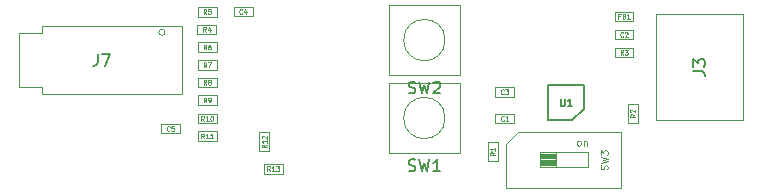
<source format=gbr>
%TF.GenerationSoftware,KiCad,Pcbnew,7.0.1*%
%TF.CreationDate,2023-08-01T01:47:10-04:00*%
%TF.ProjectId,cdm324_exp,63646d33-3234-45f6-9578-702e6b696361,rev?*%
%TF.SameCoordinates,Original*%
%TF.FileFunction,AssemblyDrawing,Top*%
%FSLAX46Y46*%
G04 Gerber Fmt 4.6, Leading zero omitted, Abs format (unit mm)*
G04 Created by KiCad (PCBNEW 7.0.1) date 2023-08-01 01:47:10*
%MOMM*%
%LPD*%
G01*
G04 APERTURE LIST*
%ADD10C,0.150000*%
%ADD11C,0.060000*%
%ADD12C,0.090000*%
%ADD13C,0.100000*%
%ADD14C,0.120000*%
G04 APERTURE END LIST*
D10*
%TO.C,U1*%
X125242857Y-102677571D02*
X125242857Y-103163285D01*
X125242857Y-103163285D02*
X125271428Y-103220428D01*
X125271428Y-103220428D02*
X125300000Y-103249000D01*
X125300000Y-103249000D02*
X125357142Y-103277571D01*
X125357142Y-103277571D02*
X125471428Y-103277571D01*
X125471428Y-103277571D02*
X125528571Y-103249000D01*
X125528571Y-103249000D02*
X125557142Y-103220428D01*
X125557142Y-103220428D02*
X125585714Y-103163285D01*
X125585714Y-103163285D02*
X125585714Y-102677571D01*
X126185713Y-103277571D02*
X125842856Y-103277571D01*
X126014285Y-103277571D02*
X126014285Y-102677571D01*
X126014285Y-102677571D02*
X125957142Y-102763285D01*
X125957142Y-102763285D02*
X125899999Y-102820428D01*
X125899999Y-102820428D02*
X125842856Y-102849000D01*
D11*
%TO.C,R2*%
X131535047Y-103966666D02*
X131344571Y-104099999D01*
X131535047Y-104195237D02*
X131135047Y-104195237D01*
X131135047Y-104195237D02*
X131135047Y-104042856D01*
X131135047Y-104042856D02*
X131154095Y-104004761D01*
X131154095Y-104004761D02*
X131173142Y-103985714D01*
X131173142Y-103985714D02*
X131211238Y-103966666D01*
X131211238Y-103966666D02*
X131268380Y-103966666D01*
X131268380Y-103966666D02*
X131306476Y-103985714D01*
X131306476Y-103985714D02*
X131325523Y-104004761D01*
X131325523Y-104004761D02*
X131344571Y-104042856D01*
X131344571Y-104042856D02*
X131344571Y-104195237D01*
X131173142Y-103814285D02*
X131154095Y-103795237D01*
X131154095Y-103795237D02*
X131135047Y-103757142D01*
X131135047Y-103757142D02*
X131135047Y-103661904D01*
X131135047Y-103661904D02*
X131154095Y-103623809D01*
X131154095Y-103623809D02*
X131173142Y-103604761D01*
X131173142Y-103604761D02*
X131211238Y-103585714D01*
X131211238Y-103585714D02*
X131249333Y-103585714D01*
X131249333Y-103585714D02*
X131306476Y-103604761D01*
X131306476Y-103604761D02*
X131535047Y-103833333D01*
X131535047Y-103833333D02*
X131535047Y-103585714D01*
%TO.C,FB1*%
X130266667Y-95675523D02*
X130133334Y-95675523D01*
X130133334Y-95885047D02*
X130133334Y-95485047D01*
X130133334Y-95485047D02*
X130323810Y-95485047D01*
X130609524Y-95675523D02*
X130666667Y-95694571D01*
X130666667Y-95694571D02*
X130685714Y-95713619D01*
X130685714Y-95713619D02*
X130704762Y-95751714D01*
X130704762Y-95751714D02*
X130704762Y-95808857D01*
X130704762Y-95808857D02*
X130685714Y-95846952D01*
X130685714Y-95846952D02*
X130666667Y-95866000D01*
X130666667Y-95866000D02*
X130628572Y-95885047D01*
X130628572Y-95885047D02*
X130476191Y-95885047D01*
X130476191Y-95885047D02*
X130476191Y-95485047D01*
X130476191Y-95485047D02*
X130609524Y-95485047D01*
X130609524Y-95485047D02*
X130647619Y-95504095D01*
X130647619Y-95504095D02*
X130666667Y-95523142D01*
X130666667Y-95523142D02*
X130685714Y-95561238D01*
X130685714Y-95561238D02*
X130685714Y-95599333D01*
X130685714Y-95599333D02*
X130666667Y-95637428D01*
X130666667Y-95637428D02*
X130647619Y-95656476D01*
X130647619Y-95656476D02*
X130609524Y-95675523D01*
X130609524Y-95675523D02*
X130476191Y-95675523D01*
X131085714Y-95885047D02*
X130857143Y-95885047D01*
X130971429Y-95885047D02*
X130971429Y-95485047D01*
X130971429Y-95485047D02*
X130933333Y-95542190D01*
X130933333Y-95542190D02*
X130895238Y-95580285D01*
X130895238Y-95580285D02*
X130857143Y-95599333D01*
%TO.C,R4*%
X95208333Y-96985047D02*
X95075000Y-96794571D01*
X94979762Y-96985047D02*
X94979762Y-96585047D01*
X94979762Y-96585047D02*
X95132143Y-96585047D01*
X95132143Y-96585047D02*
X95170238Y-96604095D01*
X95170238Y-96604095D02*
X95189285Y-96623142D01*
X95189285Y-96623142D02*
X95208333Y-96661238D01*
X95208333Y-96661238D02*
X95208333Y-96718380D01*
X95208333Y-96718380D02*
X95189285Y-96756476D01*
X95189285Y-96756476D02*
X95170238Y-96775523D01*
X95170238Y-96775523D02*
X95132143Y-96794571D01*
X95132143Y-96794571D02*
X94979762Y-96794571D01*
X95551190Y-96718380D02*
X95551190Y-96985047D01*
X95455952Y-96566000D02*
X95360714Y-96851714D01*
X95360714Y-96851714D02*
X95608333Y-96851714D01*
%TO.C,C3*%
X120433333Y-102246952D02*
X120414285Y-102266000D01*
X120414285Y-102266000D02*
X120357143Y-102285047D01*
X120357143Y-102285047D02*
X120319047Y-102285047D01*
X120319047Y-102285047D02*
X120261904Y-102266000D01*
X120261904Y-102266000D02*
X120223809Y-102227904D01*
X120223809Y-102227904D02*
X120204762Y-102189809D01*
X120204762Y-102189809D02*
X120185714Y-102113619D01*
X120185714Y-102113619D02*
X120185714Y-102056476D01*
X120185714Y-102056476D02*
X120204762Y-101980285D01*
X120204762Y-101980285D02*
X120223809Y-101942190D01*
X120223809Y-101942190D02*
X120261904Y-101904095D01*
X120261904Y-101904095D02*
X120319047Y-101885047D01*
X120319047Y-101885047D02*
X120357143Y-101885047D01*
X120357143Y-101885047D02*
X120414285Y-101904095D01*
X120414285Y-101904095D02*
X120433333Y-101923142D01*
X120566666Y-101885047D02*
X120814285Y-101885047D01*
X120814285Y-101885047D02*
X120680952Y-102037428D01*
X120680952Y-102037428D02*
X120738095Y-102037428D01*
X120738095Y-102037428D02*
X120776190Y-102056476D01*
X120776190Y-102056476D02*
X120795238Y-102075523D01*
X120795238Y-102075523D02*
X120814285Y-102113619D01*
X120814285Y-102113619D02*
X120814285Y-102208857D01*
X120814285Y-102208857D02*
X120795238Y-102246952D01*
X120795238Y-102246952D02*
X120776190Y-102266000D01*
X120776190Y-102266000D02*
X120738095Y-102285047D01*
X120738095Y-102285047D02*
X120623809Y-102285047D01*
X120623809Y-102285047D02*
X120585714Y-102266000D01*
X120585714Y-102266000D02*
X120566666Y-102246952D01*
D10*
%TO.C,J7*%
X86051666Y-98862619D02*
X86051666Y-99576904D01*
X86051666Y-99576904D02*
X86004047Y-99719761D01*
X86004047Y-99719761D02*
X85908809Y-99815000D01*
X85908809Y-99815000D02*
X85765952Y-99862619D01*
X85765952Y-99862619D02*
X85670714Y-99862619D01*
X86432619Y-98862619D02*
X87099285Y-98862619D01*
X87099285Y-98862619D02*
X86670714Y-99862619D01*
D11*
%TO.C,R5*%
X95233333Y-95485047D02*
X95100000Y-95294571D01*
X95004762Y-95485047D02*
X95004762Y-95085047D01*
X95004762Y-95085047D02*
X95157143Y-95085047D01*
X95157143Y-95085047D02*
X95195238Y-95104095D01*
X95195238Y-95104095D02*
X95214285Y-95123142D01*
X95214285Y-95123142D02*
X95233333Y-95161238D01*
X95233333Y-95161238D02*
X95233333Y-95218380D01*
X95233333Y-95218380D02*
X95214285Y-95256476D01*
X95214285Y-95256476D02*
X95195238Y-95275523D01*
X95195238Y-95275523D02*
X95157143Y-95294571D01*
X95157143Y-95294571D02*
X95004762Y-95294571D01*
X95595238Y-95085047D02*
X95404762Y-95085047D01*
X95404762Y-95085047D02*
X95385714Y-95275523D01*
X95385714Y-95275523D02*
X95404762Y-95256476D01*
X95404762Y-95256476D02*
X95442857Y-95237428D01*
X95442857Y-95237428D02*
X95538095Y-95237428D01*
X95538095Y-95237428D02*
X95576190Y-95256476D01*
X95576190Y-95256476D02*
X95595238Y-95275523D01*
X95595238Y-95275523D02*
X95614285Y-95313619D01*
X95614285Y-95313619D02*
X95614285Y-95408857D01*
X95614285Y-95408857D02*
X95595238Y-95446952D01*
X95595238Y-95446952D02*
X95576190Y-95466000D01*
X95576190Y-95466000D02*
X95538095Y-95485047D01*
X95538095Y-95485047D02*
X95442857Y-95485047D01*
X95442857Y-95485047D02*
X95404762Y-95466000D01*
X95404762Y-95466000D02*
X95385714Y-95446952D01*
%TO.C,R11*%
X95042857Y-106035047D02*
X94909524Y-105844571D01*
X94814286Y-106035047D02*
X94814286Y-105635047D01*
X94814286Y-105635047D02*
X94966667Y-105635047D01*
X94966667Y-105635047D02*
X95004762Y-105654095D01*
X95004762Y-105654095D02*
X95023809Y-105673142D01*
X95023809Y-105673142D02*
X95042857Y-105711238D01*
X95042857Y-105711238D02*
X95042857Y-105768380D01*
X95042857Y-105768380D02*
X95023809Y-105806476D01*
X95023809Y-105806476D02*
X95004762Y-105825523D01*
X95004762Y-105825523D02*
X94966667Y-105844571D01*
X94966667Y-105844571D02*
X94814286Y-105844571D01*
X95423809Y-106035047D02*
X95195238Y-106035047D01*
X95309524Y-106035047D02*
X95309524Y-105635047D01*
X95309524Y-105635047D02*
X95271428Y-105692190D01*
X95271428Y-105692190D02*
X95233333Y-105730285D01*
X95233333Y-105730285D02*
X95195238Y-105749333D01*
X95804761Y-106035047D02*
X95576190Y-106035047D01*
X95690476Y-106035047D02*
X95690476Y-105635047D01*
X95690476Y-105635047D02*
X95652380Y-105692190D01*
X95652380Y-105692190D02*
X95614285Y-105730285D01*
X95614285Y-105730285D02*
X95576190Y-105749333D01*
%TO.C,R9*%
X95233333Y-102985047D02*
X95100000Y-102794571D01*
X95004762Y-102985047D02*
X95004762Y-102585047D01*
X95004762Y-102585047D02*
X95157143Y-102585047D01*
X95157143Y-102585047D02*
X95195238Y-102604095D01*
X95195238Y-102604095D02*
X95214285Y-102623142D01*
X95214285Y-102623142D02*
X95233333Y-102661238D01*
X95233333Y-102661238D02*
X95233333Y-102718380D01*
X95233333Y-102718380D02*
X95214285Y-102756476D01*
X95214285Y-102756476D02*
X95195238Y-102775523D01*
X95195238Y-102775523D02*
X95157143Y-102794571D01*
X95157143Y-102794571D02*
X95004762Y-102794571D01*
X95423809Y-102985047D02*
X95500000Y-102985047D01*
X95500000Y-102985047D02*
X95538095Y-102966000D01*
X95538095Y-102966000D02*
X95557143Y-102946952D01*
X95557143Y-102946952D02*
X95595238Y-102889809D01*
X95595238Y-102889809D02*
X95614285Y-102813619D01*
X95614285Y-102813619D02*
X95614285Y-102661238D01*
X95614285Y-102661238D02*
X95595238Y-102623142D01*
X95595238Y-102623142D02*
X95576190Y-102604095D01*
X95576190Y-102604095D02*
X95538095Y-102585047D01*
X95538095Y-102585047D02*
X95461904Y-102585047D01*
X95461904Y-102585047D02*
X95423809Y-102604095D01*
X95423809Y-102604095D02*
X95404762Y-102623142D01*
X95404762Y-102623142D02*
X95385714Y-102661238D01*
X95385714Y-102661238D02*
X95385714Y-102756476D01*
X95385714Y-102756476D02*
X95404762Y-102794571D01*
X95404762Y-102794571D02*
X95423809Y-102813619D01*
X95423809Y-102813619D02*
X95461904Y-102832666D01*
X95461904Y-102832666D02*
X95538095Y-102832666D01*
X95538095Y-102832666D02*
X95576190Y-102813619D01*
X95576190Y-102813619D02*
X95595238Y-102794571D01*
X95595238Y-102794571D02*
X95614285Y-102756476D01*
%TO.C,R12*%
X100335047Y-106557142D02*
X100144571Y-106690475D01*
X100335047Y-106785713D02*
X99935047Y-106785713D01*
X99935047Y-106785713D02*
X99935047Y-106633332D01*
X99935047Y-106633332D02*
X99954095Y-106595237D01*
X99954095Y-106595237D02*
X99973142Y-106576190D01*
X99973142Y-106576190D02*
X100011238Y-106557142D01*
X100011238Y-106557142D02*
X100068380Y-106557142D01*
X100068380Y-106557142D02*
X100106476Y-106576190D01*
X100106476Y-106576190D02*
X100125523Y-106595237D01*
X100125523Y-106595237D02*
X100144571Y-106633332D01*
X100144571Y-106633332D02*
X100144571Y-106785713D01*
X100335047Y-106176190D02*
X100335047Y-106404761D01*
X100335047Y-106290475D02*
X99935047Y-106290475D01*
X99935047Y-106290475D02*
X99992190Y-106328571D01*
X99992190Y-106328571D02*
X100030285Y-106366666D01*
X100030285Y-106366666D02*
X100049333Y-106404761D01*
X99973142Y-106023809D02*
X99954095Y-106004761D01*
X99954095Y-106004761D02*
X99935047Y-105966666D01*
X99935047Y-105966666D02*
X99935047Y-105871428D01*
X99935047Y-105871428D02*
X99954095Y-105833333D01*
X99954095Y-105833333D02*
X99973142Y-105814285D01*
X99973142Y-105814285D02*
X100011238Y-105795238D01*
X100011238Y-105795238D02*
X100049333Y-105795238D01*
X100049333Y-105795238D02*
X100106476Y-105814285D01*
X100106476Y-105814285D02*
X100335047Y-106042857D01*
X100335047Y-106042857D02*
X100335047Y-105795238D01*
%TO.C,R8*%
X95233333Y-101485047D02*
X95100000Y-101294571D01*
X95004762Y-101485047D02*
X95004762Y-101085047D01*
X95004762Y-101085047D02*
X95157143Y-101085047D01*
X95157143Y-101085047D02*
X95195238Y-101104095D01*
X95195238Y-101104095D02*
X95214285Y-101123142D01*
X95214285Y-101123142D02*
X95233333Y-101161238D01*
X95233333Y-101161238D02*
X95233333Y-101218380D01*
X95233333Y-101218380D02*
X95214285Y-101256476D01*
X95214285Y-101256476D02*
X95195238Y-101275523D01*
X95195238Y-101275523D02*
X95157143Y-101294571D01*
X95157143Y-101294571D02*
X95004762Y-101294571D01*
X95461904Y-101256476D02*
X95423809Y-101237428D01*
X95423809Y-101237428D02*
X95404762Y-101218380D01*
X95404762Y-101218380D02*
X95385714Y-101180285D01*
X95385714Y-101180285D02*
X95385714Y-101161238D01*
X95385714Y-101161238D02*
X95404762Y-101123142D01*
X95404762Y-101123142D02*
X95423809Y-101104095D01*
X95423809Y-101104095D02*
X95461904Y-101085047D01*
X95461904Y-101085047D02*
X95538095Y-101085047D01*
X95538095Y-101085047D02*
X95576190Y-101104095D01*
X95576190Y-101104095D02*
X95595238Y-101123142D01*
X95595238Y-101123142D02*
X95614285Y-101161238D01*
X95614285Y-101161238D02*
X95614285Y-101180285D01*
X95614285Y-101180285D02*
X95595238Y-101218380D01*
X95595238Y-101218380D02*
X95576190Y-101237428D01*
X95576190Y-101237428D02*
X95538095Y-101256476D01*
X95538095Y-101256476D02*
X95461904Y-101256476D01*
X95461904Y-101256476D02*
X95423809Y-101275523D01*
X95423809Y-101275523D02*
X95404762Y-101294571D01*
X95404762Y-101294571D02*
X95385714Y-101332666D01*
X95385714Y-101332666D02*
X95385714Y-101408857D01*
X95385714Y-101408857D02*
X95404762Y-101446952D01*
X95404762Y-101446952D02*
X95423809Y-101466000D01*
X95423809Y-101466000D02*
X95461904Y-101485047D01*
X95461904Y-101485047D02*
X95538095Y-101485047D01*
X95538095Y-101485047D02*
X95576190Y-101466000D01*
X95576190Y-101466000D02*
X95595238Y-101446952D01*
X95595238Y-101446952D02*
X95614285Y-101408857D01*
X95614285Y-101408857D02*
X95614285Y-101332666D01*
X95614285Y-101332666D02*
X95595238Y-101294571D01*
X95595238Y-101294571D02*
X95576190Y-101275523D01*
X95576190Y-101275523D02*
X95538095Y-101256476D01*
D10*
%TO.C,SW2*%
X112366667Y-102165000D02*
X112509524Y-102212619D01*
X112509524Y-102212619D02*
X112747619Y-102212619D01*
X112747619Y-102212619D02*
X112842857Y-102165000D01*
X112842857Y-102165000D02*
X112890476Y-102117380D01*
X112890476Y-102117380D02*
X112938095Y-102022142D01*
X112938095Y-102022142D02*
X112938095Y-101926904D01*
X112938095Y-101926904D02*
X112890476Y-101831666D01*
X112890476Y-101831666D02*
X112842857Y-101784047D01*
X112842857Y-101784047D02*
X112747619Y-101736428D01*
X112747619Y-101736428D02*
X112557143Y-101688809D01*
X112557143Y-101688809D02*
X112461905Y-101641190D01*
X112461905Y-101641190D02*
X112414286Y-101593571D01*
X112414286Y-101593571D02*
X112366667Y-101498333D01*
X112366667Y-101498333D02*
X112366667Y-101403095D01*
X112366667Y-101403095D02*
X112414286Y-101307857D01*
X112414286Y-101307857D02*
X112461905Y-101260238D01*
X112461905Y-101260238D02*
X112557143Y-101212619D01*
X112557143Y-101212619D02*
X112795238Y-101212619D01*
X112795238Y-101212619D02*
X112938095Y-101260238D01*
X113271429Y-101212619D02*
X113509524Y-102212619D01*
X113509524Y-102212619D02*
X113700000Y-101498333D01*
X113700000Y-101498333D02*
X113890476Y-102212619D01*
X113890476Y-102212619D02*
X114128572Y-101212619D01*
X114461905Y-101307857D02*
X114509524Y-101260238D01*
X114509524Y-101260238D02*
X114604762Y-101212619D01*
X114604762Y-101212619D02*
X114842857Y-101212619D01*
X114842857Y-101212619D02*
X114938095Y-101260238D01*
X114938095Y-101260238D02*
X114985714Y-101307857D01*
X114985714Y-101307857D02*
X115033333Y-101403095D01*
X115033333Y-101403095D02*
X115033333Y-101498333D01*
X115033333Y-101498333D02*
X114985714Y-101641190D01*
X114985714Y-101641190D02*
X114414286Y-102212619D01*
X114414286Y-102212619D02*
X115033333Y-102212619D01*
D11*
%TO.C,R10*%
X95042857Y-104535047D02*
X94909524Y-104344571D01*
X94814286Y-104535047D02*
X94814286Y-104135047D01*
X94814286Y-104135047D02*
X94966667Y-104135047D01*
X94966667Y-104135047D02*
X95004762Y-104154095D01*
X95004762Y-104154095D02*
X95023809Y-104173142D01*
X95023809Y-104173142D02*
X95042857Y-104211238D01*
X95042857Y-104211238D02*
X95042857Y-104268380D01*
X95042857Y-104268380D02*
X95023809Y-104306476D01*
X95023809Y-104306476D02*
X95004762Y-104325523D01*
X95004762Y-104325523D02*
X94966667Y-104344571D01*
X94966667Y-104344571D02*
X94814286Y-104344571D01*
X95423809Y-104535047D02*
X95195238Y-104535047D01*
X95309524Y-104535047D02*
X95309524Y-104135047D01*
X95309524Y-104135047D02*
X95271428Y-104192190D01*
X95271428Y-104192190D02*
X95233333Y-104230285D01*
X95233333Y-104230285D02*
X95195238Y-104249333D01*
X95671428Y-104135047D02*
X95709523Y-104135047D01*
X95709523Y-104135047D02*
X95747619Y-104154095D01*
X95747619Y-104154095D02*
X95766666Y-104173142D01*
X95766666Y-104173142D02*
X95785714Y-104211238D01*
X95785714Y-104211238D02*
X95804761Y-104287428D01*
X95804761Y-104287428D02*
X95804761Y-104382666D01*
X95804761Y-104382666D02*
X95785714Y-104458857D01*
X95785714Y-104458857D02*
X95766666Y-104496952D01*
X95766666Y-104496952D02*
X95747619Y-104516000D01*
X95747619Y-104516000D02*
X95709523Y-104535047D01*
X95709523Y-104535047D02*
X95671428Y-104535047D01*
X95671428Y-104535047D02*
X95633333Y-104516000D01*
X95633333Y-104516000D02*
X95614285Y-104496952D01*
X95614285Y-104496952D02*
X95595238Y-104458857D01*
X95595238Y-104458857D02*
X95576190Y-104382666D01*
X95576190Y-104382666D02*
X95576190Y-104287428D01*
X95576190Y-104287428D02*
X95595238Y-104211238D01*
X95595238Y-104211238D02*
X95614285Y-104173142D01*
X95614285Y-104173142D02*
X95633333Y-104154095D01*
X95633333Y-104154095D02*
X95671428Y-104135047D01*
%TO.C,R13*%
X100642857Y-108785047D02*
X100509524Y-108594571D01*
X100414286Y-108785047D02*
X100414286Y-108385047D01*
X100414286Y-108385047D02*
X100566667Y-108385047D01*
X100566667Y-108385047D02*
X100604762Y-108404095D01*
X100604762Y-108404095D02*
X100623809Y-108423142D01*
X100623809Y-108423142D02*
X100642857Y-108461238D01*
X100642857Y-108461238D02*
X100642857Y-108518380D01*
X100642857Y-108518380D02*
X100623809Y-108556476D01*
X100623809Y-108556476D02*
X100604762Y-108575523D01*
X100604762Y-108575523D02*
X100566667Y-108594571D01*
X100566667Y-108594571D02*
X100414286Y-108594571D01*
X101023809Y-108785047D02*
X100795238Y-108785047D01*
X100909524Y-108785047D02*
X100909524Y-108385047D01*
X100909524Y-108385047D02*
X100871428Y-108442190D01*
X100871428Y-108442190D02*
X100833333Y-108480285D01*
X100833333Y-108480285D02*
X100795238Y-108499333D01*
X101157142Y-108385047D02*
X101404761Y-108385047D01*
X101404761Y-108385047D02*
X101271428Y-108537428D01*
X101271428Y-108537428D02*
X101328571Y-108537428D01*
X101328571Y-108537428D02*
X101366666Y-108556476D01*
X101366666Y-108556476D02*
X101385714Y-108575523D01*
X101385714Y-108575523D02*
X101404761Y-108613619D01*
X101404761Y-108613619D02*
X101404761Y-108708857D01*
X101404761Y-108708857D02*
X101385714Y-108746952D01*
X101385714Y-108746952D02*
X101366666Y-108766000D01*
X101366666Y-108766000D02*
X101328571Y-108785047D01*
X101328571Y-108785047D02*
X101214285Y-108785047D01*
X101214285Y-108785047D02*
X101176190Y-108766000D01*
X101176190Y-108766000D02*
X101157142Y-108746952D01*
%TO.C,C1*%
X120433333Y-104496952D02*
X120414285Y-104516000D01*
X120414285Y-104516000D02*
X120357143Y-104535047D01*
X120357143Y-104535047D02*
X120319047Y-104535047D01*
X120319047Y-104535047D02*
X120261904Y-104516000D01*
X120261904Y-104516000D02*
X120223809Y-104477904D01*
X120223809Y-104477904D02*
X120204762Y-104439809D01*
X120204762Y-104439809D02*
X120185714Y-104363619D01*
X120185714Y-104363619D02*
X120185714Y-104306476D01*
X120185714Y-104306476D02*
X120204762Y-104230285D01*
X120204762Y-104230285D02*
X120223809Y-104192190D01*
X120223809Y-104192190D02*
X120261904Y-104154095D01*
X120261904Y-104154095D02*
X120319047Y-104135047D01*
X120319047Y-104135047D02*
X120357143Y-104135047D01*
X120357143Y-104135047D02*
X120414285Y-104154095D01*
X120414285Y-104154095D02*
X120433333Y-104173142D01*
X120814285Y-104535047D02*
X120585714Y-104535047D01*
X120700000Y-104535047D02*
X120700000Y-104135047D01*
X120700000Y-104135047D02*
X120661904Y-104192190D01*
X120661904Y-104192190D02*
X120623809Y-104230285D01*
X120623809Y-104230285D02*
X120585714Y-104249333D01*
D10*
%TO.C,SW1*%
X112366667Y-108765000D02*
X112509524Y-108812619D01*
X112509524Y-108812619D02*
X112747619Y-108812619D01*
X112747619Y-108812619D02*
X112842857Y-108765000D01*
X112842857Y-108765000D02*
X112890476Y-108717380D01*
X112890476Y-108717380D02*
X112938095Y-108622142D01*
X112938095Y-108622142D02*
X112938095Y-108526904D01*
X112938095Y-108526904D02*
X112890476Y-108431666D01*
X112890476Y-108431666D02*
X112842857Y-108384047D01*
X112842857Y-108384047D02*
X112747619Y-108336428D01*
X112747619Y-108336428D02*
X112557143Y-108288809D01*
X112557143Y-108288809D02*
X112461905Y-108241190D01*
X112461905Y-108241190D02*
X112414286Y-108193571D01*
X112414286Y-108193571D02*
X112366667Y-108098333D01*
X112366667Y-108098333D02*
X112366667Y-108003095D01*
X112366667Y-108003095D02*
X112414286Y-107907857D01*
X112414286Y-107907857D02*
X112461905Y-107860238D01*
X112461905Y-107860238D02*
X112557143Y-107812619D01*
X112557143Y-107812619D02*
X112795238Y-107812619D01*
X112795238Y-107812619D02*
X112938095Y-107860238D01*
X113271429Y-107812619D02*
X113509524Y-108812619D01*
X113509524Y-108812619D02*
X113700000Y-108098333D01*
X113700000Y-108098333D02*
X113890476Y-108812619D01*
X113890476Y-108812619D02*
X114128572Y-107812619D01*
X115033333Y-108812619D02*
X114461905Y-108812619D01*
X114747619Y-108812619D02*
X114747619Y-107812619D01*
X114747619Y-107812619D02*
X114652381Y-107955476D01*
X114652381Y-107955476D02*
X114557143Y-108050714D01*
X114557143Y-108050714D02*
X114461905Y-108098333D01*
D11*
%TO.C,C4*%
X98283333Y-95446952D02*
X98264285Y-95466000D01*
X98264285Y-95466000D02*
X98207143Y-95485047D01*
X98207143Y-95485047D02*
X98169047Y-95485047D01*
X98169047Y-95485047D02*
X98111904Y-95466000D01*
X98111904Y-95466000D02*
X98073809Y-95427904D01*
X98073809Y-95427904D02*
X98054762Y-95389809D01*
X98054762Y-95389809D02*
X98035714Y-95313619D01*
X98035714Y-95313619D02*
X98035714Y-95256476D01*
X98035714Y-95256476D02*
X98054762Y-95180285D01*
X98054762Y-95180285D02*
X98073809Y-95142190D01*
X98073809Y-95142190D02*
X98111904Y-95104095D01*
X98111904Y-95104095D02*
X98169047Y-95085047D01*
X98169047Y-95085047D02*
X98207143Y-95085047D01*
X98207143Y-95085047D02*
X98264285Y-95104095D01*
X98264285Y-95104095D02*
X98283333Y-95123142D01*
X98626190Y-95218380D02*
X98626190Y-95485047D01*
X98530952Y-95066000D02*
X98435714Y-95351714D01*
X98435714Y-95351714D02*
X98683333Y-95351714D01*
%TO.C,R1*%
X119685047Y-107216666D02*
X119494571Y-107349999D01*
X119685047Y-107445237D02*
X119285047Y-107445237D01*
X119285047Y-107445237D02*
X119285047Y-107292856D01*
X119285047Y-107292856D02*
X119304095Y-107254761D01*
X119304095Y-107254761D02*
X119323142Y-107235714D01*
X119323142Y-107235714D02*
X119361238Y-107216666D01*
X119361238Y-107216666D02*
X119418380Y-107216666D01*
X119418380Y-107216666D02*
X119456476Y-107235714D01*
X119456476Y-107235714D02*
X119475523Y-107254761D01*
X119475523Y-107254761D02*
X119494571Y-107292856D01*
X119494571Y-107292856D02*
X119494571Y-107445237D01*
X119685047Y-106835714D02*
X119685047Y-107064285D01*
X119685047Y-106949999D02*
X119285047Y-106949999D01*
X119285047Y-106949999D02*
X119342190Y-106988095D01*
X119342190Y-106988095D02*
X119380285Y-107026190D01*
X119380285Y-107026190D02*
X119399333Y-107064285D01*
D12*
%TO.C,SW3*%
X126733214Y-106630071D02*
X126676071Y-106601500D01*
X126676071Y-106601500D02*
X126647500Y-106572928D01*
X126647500Y-106572928D02*
X126618928Y-106515785D01*
X126618928Y-106515785D02*
X126618928Y-106344357D01*
X126618928Y-106344357D02*
X126647500Y-106287214D01*
X126647500Y-106287214D02*
X126676071Y-106258642D01*
X126676071Y-106258642D02*
X126733214Y-106230071D01*
X126733214Y-106230071D02*
X126818928Y-106230071D01*
X126818928Y-106230071D02*
X126876071Y-106258642D01*
X126876071Y-106258642D02*
X126904643Y-106287214D01*
X126904643Y-106287214D02*
X126933214Y-106344357D01*
X126933214Y-106344357D02*
X126933214Y-106515785D01*
X126933214Y-106515785D02*
X126904643Y-106572928D01*
X126904643Y-106572928D02*
X126876071Y-106601500D01*
X126876071Y-106601500D02*
X126818928Y-106630071D01*
X126818928Y-106630071D02*
X126733214Y-106630071D01*
X127190357Y-106230071D02*
X127190357Y-106630071D01*
X127190357Y-106287214D02*
X127218928Y-106258642D01*
X127218928Y-106258642D02*
X127276071Y-106230071D01*
X127276071Y-106230071D02*
X127361785Y-106230071D01*
X127361785Y-106230071D02*
X127418928Y-106258642D01*
X127418928Y-106258642D02*
X127447500Y-106315785D01*
X127447500Y-106315785D02*
X127447500Y-106630071D01*
X129201500Y-108650000D02*
X129230071Y-108564286D01*
X129230071Y-108564286D02*
X129230071Y-108421428D01*
X129230071Y-108421428D02*
X129201500Y-108364286D01*
X129201500Y-108364286D02*
X129172928Y-108335714D01*
X129172928Y-108335714D02*
X129115785Y-108307143D01*
X129115785Y-108307143D02*
X129058642Y-108307143D01*
X129058642Y-108307143D02*
X129001500Y-108335714D01*
X129001500Y-108335714D02*
X128972928Y-108364286D01*
X128972928Y-108364286D02*
X128944357Y-108421428D01*
X128944357Y-108421428D02*
X128915785Y-108535714D01*
X128915785Y-108535714D02*
X128887214Y-108592857D01*
X128887214Y-108592857D02*
X128858642Y-108621428D01*
X128858642Y-108621428D02*
X128801500Y-108650000D01*
X128801500Y-108650000D02*
X128744357Y-108650000D01*
X128744357Y-108650000D02*
X128687214Y-108621428D01*
X128687214Y-108621428D02*
X128658642Y-108592857D01*
X128658642Y-108592857D02*
X128630071Y-108535714D01*
X128630071Y-108535714D02*
X128630071Y-108392857D01*
X128630071Y-108392857D02*
X128658642Y-108307143D01*
X128630071Y-108107142D02*
X129230071Y-107964285D01*
X129230071Y-107964285D02*
X128801500Y-107849999D01*
X128801500Y-107849999D02*
X129230071Y-107735714D01*
X129230071Y-107735714D02*
X128630071Y-107592857D01*
X128630071Y-107421428D02*
X128630071Y-107050000D01*
X128630071Y-107050000D02*
X128858642Y-107250000D01*
X128858642Y-107250000D02*
X128858642Y-107164285D01*
X128858642Y-107164285D02*
X128887214Y-107107143D01*
X128887214Y-107107143D02*
X128915785Y-107078571D01*
X128915785Y-107078571D02*
X128972928Y-107050000D01*
X128972928Y-107050000D02*
X129115785Y-107050000D01*
X129115785Y-107050000D02*
X129172928Y-107078571D01*
X129172928Y-107078571D02*
X129201500Y-107107143D01*
X129201500Y-107107143D02*
X129230071Y-107164285D01*
X129230071Y-107164285D02*
X129230071Y-107335714D01*
X129230071Y-107335714D02*
X129201500Y-107392857D01*
X129201500Y-107392857D02*
X129172928Y-107421428D01*
D11*
%TO.C,C2*%
X130533333Y-97396952D02*
X130514285Y-97416000D01*
X130514285Y-97416000D02*
X130457143Y-97435047D01*
X130457143Y-97435047D02*
X130419047Y-97435047D01*
X130419047Y-97435047D02*
X130361904Y-97416000D01*
X130361904Y-97416000D02*
X130323809Y-97377904D01*
X130323809Y-97377904D02*
X130304762Y-97339809D01*
X130304762Y-97339809D02*
X130285714Y-97263619D01*
X130285714Y-97263619D02*
X130285714Y-97206476D01*
X130285714Y-97206476D02*
X130304762Y-97130285D01*
X130304762Y-97130285D02*
X130323809Y-97092190D01*
X130323809Y-97092190D02*
X130361904Y-97054095D01*
X130361904Y-97054095D02*
X130419047Y-97035047D01*
X130419047Y-97035047D02*
X130457143Y-97035047D01*
X130457143Y-97035047D02*
X130514285Y-97054095D01*
X130514285Y-97054095D02*
X130533333Y-97073142D01*
X130685714Y-97073142D02*
X130704762Y-97054095D01*
X130704762Y-97054095D02*
X130742857Y-97035047D01*
X130742857Y-97035047D02*
X130838095Y-97035047D01*
X130838095Y-97035047D02*
X130876190Y-97054095D01*
X130876190Y-97054095D02*
X130895238Y-97073142D01*
X130895238Y-97073142D02*
X130914285Y-97111238D01*
X130914285Y-97111238D02*
X130914285Y-97149333D01*
X130914285Y-97149333D02*
X130895238Y-97206476D01*
X130895238Y-97206476D02*
X130666666Y-97435047D01*
X130666666Y-97435047D02*
X130914285Y-97435047D01*
%TO.C,R7*%
X95233333Y-99985047D02*
X95100000Y-99794571D01*
X95004762Y-99985047D02*
X95004762Y-99585047D01*
X95004762Y-99585047D02*
X95157143Y-99585047D01*
X95157143Y-99585047D02*
X95195238Y-99604095D01*
X95195238Y-99604095D02*
X95214285Y-99623142D01*
X95214285Y-99623142D02*
X95233333Y-99661238D01*
X95233333Y-99661238D02*
X95233333Y-99718380D01*
X95233333Y-99718380D02*
X95214285Y-99756476D01*
X95214285Y-99756476D02*
X95195238Y-99775523D01*
X95195238Y-99775523D02*
X95157143Y-99794571D01*
X95157143Y-99794571D02*
X95004762Y-99794571D01*
X95366666Y-99585047D02*
X95633333Y-99585047D01*
X95633333Y-99585047D02*
X95461904Y-99985047D01*
%TO.C,R3*%
X130533333Y-98935047D02*
X130400000Y-98744571D01*
X130304762Y-98935047D02*
X130304762Y-98535047D01*
X130304762Y-98535047D02*
X130457143Y-98535047D01*
X130457143Y-98535047D02*
X130495238Y-98554095D01*
X130495238Y-98554095D02*
X130514285Y-98573142D01*
X130514285Y-98573142D02*
X130533333Y-98611238D01*
X130533333Y-98611238D02*
X130533333Y-98668380D01*
X130533333Y-98668380D02*
X130514285Y-98706476D01*
X130514285Y-98706476D02*
X130495238Y-98725523D01*
X130495238Y-98725523D02*
X130457143Y-98744571D01*
X130457143Y-98744571D02*
X130304762Y-98744571D01*
X130666666Y-98535047D02*
X130914285Y-98535047D01*
X130914285Y-98535047D02*
X130780952Y-98687428D01*
X130780952Y-98687428D02*
X130838095Y-98687428D01*
X130838095Y-98687428D02*
X130876190Y-98706476D01*
X130876190Y-98706476D02*
X130895238Y-98725523D01*
X130895238Y-98725523D02*
X130914285Y-98763619D01*
X130914285Y-98763619D02*
X130914285Y-98858857D01*
X130914285Y-98858857D02*
X130895238Y-98896952D01*
X130895238Y-98896952D02*
X130876190Y-98916000D01*
X130876190Y-98916000D02*
X130838095Y-98935047D01*
X130838095Y-98935047D02*
X130723809Y-98935047D01*
X130723809Y-98935047D02*
X130685714Y-98916000D01*
X130685714Y-98916000D02*
X130666666Y-98896952D01*
D10*
%TO.C,J3*%
X136462619Y-100333333D02*
X137176904Y-100333333D01*
X137176904Y-100333333D02*
X137319761Y-100380952D01*
X137319761Y-100380952D02*
X137415000Y-100476190D01*
X137415000Y-100476190D02*
X137462619Y-100619047D01*
X137462619Y-100619047D02*
X137462619Y-100714285D01*
X136462619Y-99952380D02*
X136462619Y-99333333D01*
X136462619Y-99333333D02*
X136843571Y-99666666D01*
X136843571Y-99666666D02*
X136843571Y-99523809D01*
X136843571Y-99523809D02*
X136891190Y-99428571D01*
X136891190Y-99428571D02*
X136938809Y-99380952D01*
X136938809Y-99380952D02*
X137034047Y-99333333D01*
X137034047Y-99333333D02*
X137272142Y-99333333D01*
X137272142Y-99333333D02*
X137367380Y-99380952D01*
X137367380Y-99380952D02*
X137415000Y-99428571D01*
X137415000Y-99428571D02*
X137462619Y-99523809D01*
X137462619Y-99523809D02*
X137462619Y-99809523D01*
X137462619Y-99809523D02*
X137415000Y-99904761D01*
X137415000Y-99904761D02*
X137367380Y-99952380D01*
D11*
%TO.C,R6*%
X95233333Y-98485047D02*
X95100000Y-98294571D01*
X95004762Y-98485047D02*
X95004762Y-98085047D01*
X95004762Y-98085047D02*
X95157143Y-98085047D01*
X95157143Y-98085047D02*
X95195238Y-98104095D01*
X95195238Y-98104095D02*
X95214285Y-98123142D01*
X95214285Y-98123142D02*
X95233333Y-98161238D01*
X95233333Y-98161238D02*
X95233333Y-98218380D01*
X95233333Y-98218380D02*
X95214285Y-98256476D01*
X95214285Y-98256476D02*
X95195238Y-98275523D01*
X95195238Y-98275523D02*
X95157143Y-98294571D01*
X95157143Y-98294571D02*
X95004762Y-98294571D01*
X95576190Y-98085047D02*
X95500000Y-98085047D01*
X95500000Y-98085047D02*
X95461904Y-98104095D01*
X95461904Y-98104095D02*
X95442857Y-98123142D01*
X95442857Y-98123142D02*
X95404762Y-98180285D01*
X95404762Y-98180285D02*
X95385714Y-98256476D01*
X95385714Y-98256476D02*
X95385714Y-98408857D01*
X95385714Y-98408857D02*
X95404762Y-98446952D01*
X95404762Y-98446952D02*
X95423809Y-98466000D01*
X95423809Y-98466000D02*
X95461904Y-98485047D01*
X95461904Y-98485047D02*
X95538095Y-98485047D01*
X95538095Y-98485047D02*
X95576190Y-98466000D01*
X95576190Y-98466000D02*
X95595238Y-98446952D01*
X95595238Y-98446952D02*
X95614285Y-98408857D01*
X95614285Y-98408857D02*
X95614285Y-98313619D01*
X95614285Y-98313619D02*
X95595238Y-98275523D01*
X95595238Y-98275523D02*
X95576190Y-98256476D01*
X95576190Y-98256476D02*
X95538095Y-98237428D01*
X95538095Y-98237428D02*
X95461904Y-98237428D01*
X95461904Y-98237428D02*
X95423809Y-98256476D01*
X95423809Y-98256476D02*
X95404762Y-98275523D01*
X95404762Y-98275523D02*
X95385714Y-98313619D01*
%TO.C,C5*%
X92133333Y-105346952D02*
X92114285Y-105366000D01*
X92114285Y-105366000D02*
X92057143Y-105385047D01*
X92057143Y-105385047D02*
X92019047Y-105385047D01*
X92019047Y-105385047D02*
X91961904Y-105366000D01*
X91961904Y-105366000D02*
X91923809Y-105327904D01*
X91923809Y-105327904D02*
X91904762Y-105289809D01*
X91904762Y-105289809D02*
X91885714Y-105213619D01*
X91885714Y-105213619D02*
X91885714Y-105156476D01*
X91885714Y-105156476D02*
X91904762Y-105080285D01*
X91904762Y-105080285D02*
X91923809Y-105042190D01*
X91923809Y-105042190D02*
X91961904Y-105004095D01*
X91961904Y-105004095D02*
X92019047Y-104985047D01*
X92019047Y-104985047D02*
X92057143Y-104985047D01*
X92057143Y-104985047D02*
X92114285Y-105004095D01*
X92114285Y-105004095D02*
X92133333Y-105023142D01*
X92495238Y-104985047D02*
X92304762Y-104985047D01*
X92304762Y-104985047D02*
X92285714Y-105175523D01*
X92285714Y-105175523D02*
X92304762Y-105156476D01*
X92304762Y-105156476D02*
X92342857Y-105137428D01*
X92342857Y-105137428D02*
X92438095Y-105137428D01*
X92438095Y-105137428D02*
X92476190Y-105156476D01*
X92476190Y-105156476D02*
X92495238Y-105175523D01*
X92495238Y-105175523D02*
X92514285Y-105213619D01*
X92514285Y-105213619D02*
X92514285Y-105308857D01*
X92514285Y-105308857D02*
X92495238Y-105346952D01*
X92495238Y-105346952D02*
X92476190Y-105366000D01*
X92476190Y-105366000D02*
X92438095Y-105385047D01*
X92438095Y-105385047D02*
X92342857Y-105385047D01*
X92342857Y-105385047D02*
X92304762Y-105366000D01*
X92304762Y-105366000D02*
X92285714Y-105346952D01*
D10*
%TO.C,U1*%
X127200000Y-103500000D02*
X126200000Y-104500000D01*
X127200000Y-101500000D02*
X127200000Y-103500000D01*
X126200000Y-104500000D02*
X124200000Y-104500000D01*
X124200000Y-104500000D02*
X124200000Y-101500000D01*
X124200000Y-101500000D02*
X127200000Y-101500000D01*
D13*
%TO.C,R2*%
X131762500Y-103100000D02*
X131762500Y-104700000D01*
X130937500Y-103100000D02*
X131762500Y-103100000D01*
X131762500Y-104700000D02*
X130937500Y-104700000D01*
X130937500Y-104700000D02*
X130937500Y-103100000D01*
%TO.C,FB1*%
X131400000Y-96100000D02*
X129800000Y-96100000D01*
X131400000Y-95300000D02*
X131400000Y-96100000D01*
X129800000Y-96100000D02*
X129800000Y-95300000D01*
X129800000Y-95300000D02*
X131400000Y-95300000D01*
%TO.C,R4*%
X94475000Y-96387500D02*
X96075000Y-96387500D01*
X94475000Y-97212500D02*
X94475000Y-96387500D01*
X96075000Y-96387500D02*
X96075000Y-97212500D01*
X96075000Y-97212500D02*
X94475000Y-97212500D01*
%TO.C,C3*%
X121300000Y-102500000D02*
X119700000Y-102500000D01*
X121300000Y-101700000D02*
X121300000Y-102500000D01*
X119700000Y-102500000D02*
X119700000Y-101700000D01*
X119700000Y-101700000D02*
X121300000Y-101700000D01*
%TO.C,J7*%
X79355000Y-97100000D02*
X81355000Y-97100000D01*
X79355000Y-101700000D02*
X79355000Y-97100000D01*
X81355000Y-96500000D02*
X93155000Y-96500000D01*
X81355000Y-97100000D02*
X81355000Y-96500000D01*
X81355000Y-101700000D02*
X79355000Y-101700000D01*
X81355000Y-102300000D02*
X81355000Y-101700000D01*
X93155000Y-96500000D02*
X93155000Y-102300000D01*
X93155000Y-102300000D02*
X81355000Y-102300000D01*
D14*
X91734951Y-97050000D02*
G75*
G03*
X91734951Y-97050000I-254951J0D01*
G01*
D13*
%TO.C,R5*%
X94500000Y-94887500D02*
X96100000Y-94887500D01*
X94500000Y-95712500D02*
X94500000Y-94887500D01*
X96100000Y-94887500D02*
X96100000Y-95712500D01*
X96100000Y-95712500D02*
X94500000Y-95712500D01*
%TO.C,R11*%
X94500000Y-105437500D02*
X96100000Y-105437500D01*
X94500000Y-106262500D02*
X94500000Y-105437500D01*
X96100000Y-105437500D02*
X96100000Y-106262500D01*
X96100000Y-106262500D02*
X94500000Y-106262500D01*
%TO.C,R9*%
X94500000Y-102387500D02*
X96100000Y-102387500D01*
X94500000Y-103212500D02*
X94500000Y-102387500D01*
X96100000Y-102387500D02*
X96100000Y-103212500D01*
X96100000Y-103212500D02*
X94500000Y-103212500D01*
%TO.C,R12*%
X100562500Y-105500000D02*
X100562500Y-107100000D01*
X99737500Y-105500000D02*
X100562500Y-105500000D01*
X100562500Y-107100000D02*
X99737500Y-107100000D01*
X99737500Y-107100000D02*
X99737500Y-105500000D01*
%TO.C,R8*%
X94500000Y-100887500D02*
X96100000Y-100887500D01*
X94500000Y-101712500D02*
X94500000Y-100887500D01*
X96100000Y-100887500D02*
X96100000Y-101712500D01*
X96100000Y-101712500D02*
X94500000Y-101712500D01*
%TO.C,SW2*%
X116700000Y-100700000D02*
X116700000Y-94700000D01*
X116700000Y-94700000D02*
X110700000Y-94700000D01*
X110700000Y-100700000D02*
X116700000Y-100700000D01*
X110700000Y-94700000D02*
X110700000Y-100700000D01*
X115450714Y-97700000D02*
G75*
G03*
X115450714Y-97700000I-1750714J0D01*
G01*
%TO.C,R10*%
X94500000Y-103937500D02*
X96100000Y-103937500D01*
X94500000Y-104762500D02*
X94500000Y-103937500D01*
X96100000Y-103937500D02*
X96100000Y-104762500D01*
X96100000Y-104762500D02*
X94500000Y-104762500D01*
%TO.C,R13*%
X101700000Y-109012500D02*
X100100000Y-109012500D01*
X101700000Y-108187500D02*
X101700000Y-109012500D01*
X100100000Y-109012500D02*
X100100000Y-108187500D01*
X100100000Y-108187500D02*
X101700000Y-108187500D01*
%TO.C,C1*%
X121300000Y-104750000D02*
X119700000Y-104750000D01*
X121300000Y-103950000D02*
X121300000Y-104750000D01*
X119700000Y-104750000D02*
X119700000Y-103950000D01*
X119700000Y-103950000D02*
X121300000Y-103950000D01*
%TO.C,SW1*%
X116700000Y-107300000D02*
X116700000Y-101300000D01*
X116700000Y-101300000D02*
X110700000Y-101300000D01*
X110700000Y-107300000D02*
X116700000Y-107300000D01*
X110700000Y-101300000D02*
X110700000Y-107300000D01*
X115450714Y-104300000D02*
G75*
G03*
X115450714Y-104300000I-1750714J0D01*
G01*
%TO.C,C4*%
X97550000Y-94900000D02*
X99150000Y-94900000D01*
X97550000Y-95700000D02*
X97550000Y-94900000D01*
X99150000Y-94900000D02*
X99150000Y-95700000D01*
X99150000Y-95700000D02*
X97550000Y-95700000D01*
%TO.C,R1*%
X119087500Y-107950000D02*
X119087500Y-106350000D01*
X119912500Y-107950000D02*
X119087500Y-107950000D01*
X119087500Y-106350000D02*
X119912500Y-106350000D01*
X119912500Y-106350000D02*
X119912500Y-107950000D01*
%TO.C,SW3*%
X120602500Y-106490000D02*
X121602500Y-105490000D01*
X120602500Y-110210000D02*
X120602500Y-106490000D01*
X121602500Y-105490000D02*
X130382500Y-105490000D01*
X123462500Y-107215000D02*
X123462500Y-108485000D01*
X123462500Y-107315000D02*
X124815833Y-107315000D01*
X123462500Y-107415000D02*
X124815833Y-107415000D01*
X123462500Y-107515000D02*
X124815833Y-107515000D01*
X123462500Y-107615000D02*
X124815833Y-107615000D01*
X123462500Y-107715000D02*
X124815833Y-107715000D01*
X123462500Y-107815000D02*
X124815833Y-107815000D01*
X123462500Y-107915000D02*
X124815833Y-107915000D01*
X123462500Y-108015000D02*
X124815833Y-108015000D01*
X123462500Y-108115000D02*
X124815833Y-108115000D01*
X123462500Y-108215000D02*
X124815833Y-108215000D01*
X123462500Y-108315000D02*
X124815833Y-108315000D01*
X123462500Y-108415000D02*
X124815833Y-108415000D01*
X123462500Y-108485000D02*
X127522500Y-108485000D01*
X124815833Y-107215000D02*
X124815833Y-108485000D01*
X127522500Y-107215000D02*
X123462500Y-107215000D01*
X127522500Y-108485000D02*
X127522500Y-107215000D01*
X130382500Y-105490000D02*
X130382500Y-110210000D01*
X130382500Y-110210000D02*
X120602500Y-110210000D01*
%TO.C,C2*%
X131400000Y-97650000D02*
X129800000Y-97650000D01*
X131400000Y-96850000D02*
X131400000Y-97650000D01*
X129800000Y-97650000D02*
X129800000Y-96850000D01*
X129800000Y-96850000D02*
X131400000Y-96850000D01*
%TO.C,R7*%
X94500000Y-99387500D02*
X96100000Y-99387500D01*
X94500000Y-100212500D02*
X94500000Y-99387500D01*
X96100000Y-99387500D02*
X96100000Y-100212500D01*
X96100000Y-100212500D02*
X94500000Y-100212500D01*
%TO.C,R3*%
X131400000Y-99162500D02*
X129800000Y-99162500D01*
X131400000Y-98337500D02*
X131400000Y-99162500D01*
X129800000Y-99162500D02*
X129800000Y-98337500D01*
X129800000Y-98337500D02*
X131400000Y-98337500D01*
%TO.C,J3*%
X133325000Y-104470000D02*
X140675000Y-104470000D01*
X133325000Y-104470000D02*
X133325000Y-95530000D01*
X140675000Y-104470000D02*
X140675000Y-95530000D01*
X140675000Y-95530000D02*
X133325000Y-95530000D01*
%TO.C,R6*%
X96100000Y-98712500D02*
X94500000Y-98712500D01*
X96100000Y-97887500D02*
X96100000Y-98712500D01*
X94500000Y-98712500D02*
X94500000Y-97887500D01*
X94500000Y-97887500D02*
X96100000Y-97887500D01*
%TO.C,C5*%
X93000000Y-105600000D02*
X91400000Y-105600000D01*
X93000000Y-104800000D02*
X93000000Y-105600000D01*
X91400000Y-105600000D02*
X91400000Y-104800000D01*
X91400000Y-104800000D02*
X93000000Y-104800000D01*
%TD*%
M02*

</source>
